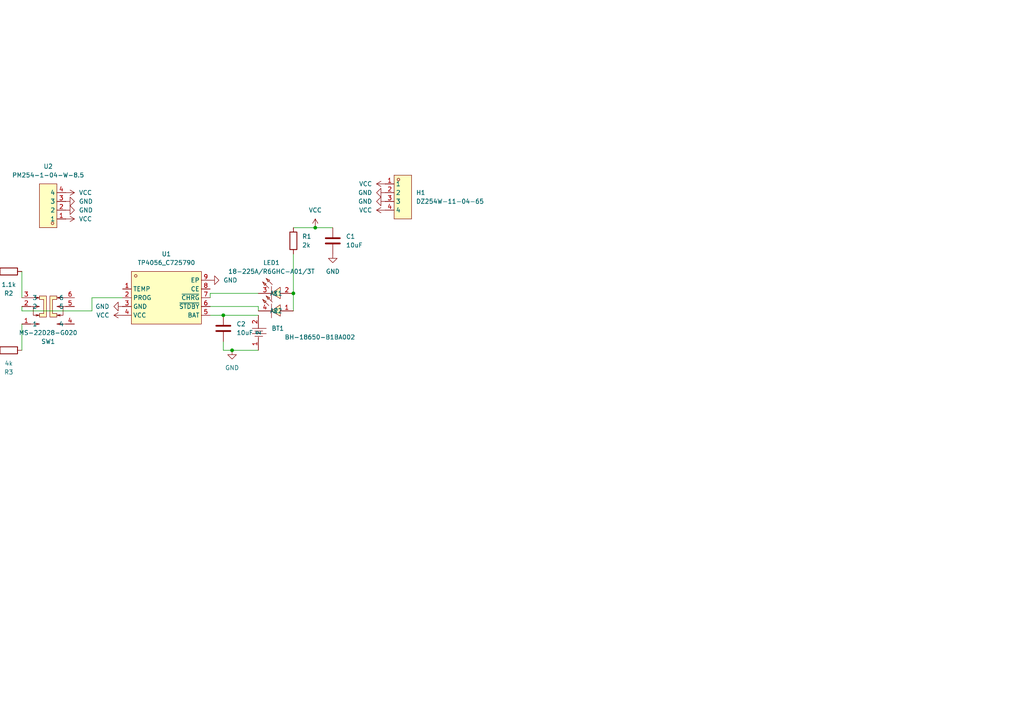
<source format=kicad_sch>
(kicad_sch (version 20231120) (generator "eeschema") (generator_version "8.0")
  (paper "A4")
  (lib_symbols
    (symbol "Device:C" (pin_numbers hide) (pin_names (offset 0.254))
      (property "Reference" "C" (at 0.635 2.54 0))
      (property "Value" "C" (at 0.635 -2.54 0))
      (symbol "C_0_1"
        (polyline (pts (xy -2.032 -0.762) (xy 2.032 -0.762)) (stroke (width 0.508)))
        (polyline (pts (xy -2.032 0.762) (xy 2.032 0.762)) (stroke (width 0.508)))
      )
      (symbol "C_1_1"
        (pin passive line (at 0 3.81 270) (length 2.794) (name "~") (number "1"))
        (pin passive line (at 0 -3.81 90) (length 2.794) (name "~") (number "2"))
      )
    )
    (symbol "Device:R" (pin_numbers hide) (pin_names (offset 0))
      (property "Reference" "R" (at 2.032 0 90))
      (property "Value" "R" (at 0 0 90))
      (symbol "R_0_1"
        (rectangle (start -1.016 -2.54) (end 1.016 2.54) (stroke (width 0.254)))
      )
      (symbol "R_1_1"
        (pin passive line (at 0 3.81 270) (length 1.27) (name "~") (number "1"))
        (pin passive line (at 0 -3.81 90) (length 1.27) (name "~") (number "2"))
      )
    )
    (symbol "easyeda2kicad:18-225A_R6GHC-A01_3T"
      (property "Reference" "LED" (at 0 7.62 0))
      (property "Value" "18-225A/R6GHC-A01/3T" (at 0 -7.62 0))
      (symbol "18-225A_R6GHC-A01_3T_0_1"
        (polyline (pts (xy -2.03 -1.02) (xy -3.81 0.76)))
        (polyline (pts (xy -2.03 4.06) (xy -3.81 5.84)))
        (polyline (pts (xy -1.27 -0.51) (xy -1.27 -4.57)))
        (polyline (pts (xy -1.27 4.57) (xy -1.27 0.51)))
        (polyline (pts (xy -1.02 0) (xy -2.79 1.78)))
        (polyline (pts (xy -1.02 5.08) (xy -2.79 6.86)))
        (polyline (pts (xy -3.81 0.76) (xy -2.79 0.25) (xy -3.3 -0.25) (xy -3.81 0.76)) (fill (type background)))
        (polyline (pts (xy -3.81 5.84) (xy -2.79 5.33) (xy -3.3 4.83) (xy -3.81 5.84)) (fill (type background)))
        (polyline (pts (xy -2.79 1.78) (xy -1.78 1.27) (xy -2.29 0.76) (xy -2.79 1.78)) (fill (type background)))
        (polyline (pts (xy -2.79 6.86) (xy -1.78 6.35) (xy -2.29 5.84) (xy -2.79 6.86)) (fill (type background)))
        (polyline (pts (xy 1.27 -4.06) (xy -1.27 -2.54) (xy 1.27 -0.76) (xy 1.27 -4.06)) (fill (type background)))
        (polyline (pts (xy 1.27 1.02) (xy -1.27 2.54) (xy 1.27 4.32) (xy 1.27 1.02)) (fill (type background)))
        (pin unspecified line (at 5.08 -2.54 180) (length 3.81) (name "A2") (number "1"))
        (pin unspecified line (at 5.08 2.54 180) (length 3.81) (name "A1") (number "2"))
        (pin unspecified line (at -5.08 2.54 0) (length 3.81) (name "K1") (number "3"))
        (pin unspecified line (at -5.08 -2.54 0) (length 3.81) (name "K2") (number "4"))
      )
    )
    (symbol "easyeda2kicad:BH-18650-B1BA002"
      (property "Reference" "BT" (at 0 5.08 0))
      (property "Value" "BH-18650-B1BA002" (at 0 -5.08 0))
      (symbol "BH-18650-B1BA002_0_1"
        (polyline (pts (xy -1.27 2.29) (xy -1.27 -1.78)))
        (polyline (pts (xy -0.51 1.27) (xy -0.51 -1.02)))
        (polyline (pts (xy 0.25 2.29) (xy 0.25 -1.78)))
        (polyline (pts (xy 1.02 1.27) (xy 1.02 -1.02)))
        (pin input line (at 5.08 0 180) (length 3.81) (name "1") (number "1"))
        (pin input line (at -5.08 0 0) (length 3.81) (name "2") (number "2"))
      )
    )
    (symbol "easyeda2kicad:DZ254W-11-04-65"
      (property "Reference" "H" (at 0 8.89 0))
      (property "Value" "DZ254W-11-04-65" (at 0 -8.89 0))
      (symbol "DZ254W-11-04-65_0_1"
        (rectangle (start -2.54 6.35) (end 2.54 -6.35) (fill (type background)))
        (circle (center -1.27 5.08) (radius 0.38))
        (pin unspecified line (at -5.08 3.81 0) (length 2.54) (name "1") (number "1"))
        (pin unspecified line (at -5.08 1.27 0) (length 2.54) (name "2") (number "2"))
        (pin unspecified line (at -5.08 -1.27 0) (length 2.54) (name "3") (number "3"))
        (pin unspecified line (at -5.08 -3.81 0) (length 2.54) (name "4") (number "4"))
      )
    )
    (symbol "easyeda2kicad:MS-22D28-G020"
      (property "Reference" "SW" (at 0 12.7 0))
      (property "Value" "MS-22D28-G020" (at 0 -12.7 0))
      (symbol "MS-22D28-G020_0_1"
        (polyline (pts (xy -5.08 -2.54) (xy -5.33 -3.56)))
        (polyline (pts (xy -5.08 2.54) (xy -5.33 3.56)))
        (polyline (pts (xy -2.54 -2.54) (xy -2.79 -3.56)))
        (polyline (pts (xy -2.54 -2.54) (xy -2.29 -3.56)))
        (polyline (pts (xy -2.54 2.54) (xy -2.79 3.56)))
        (polyline (pts (xy -2.54 2.54) (xy -2.29 3.56)))
        (polyline (pts (xy 0 -2.54) (xy 0.25 -3.56)))
        (polyline (pts (xy 0 2.54) (xy 0.25 3.56)))
        (polyline (pts (xy 2.54 -2.54) (xy 2.29 -3.56)))
        (polyline (pts (xy 2.54 -2.54) (xy 2.54 -5.08)))
        (polyline (pts (xy 2.54 -2.54) (xy 2.79 -3.56)))
        (polyline (pts (xy 2.54 2.54) (xy 2.29 3.56)))
        (polyline (pts (xy 2.54 2.54) (xy 2.54 5.08)))
        (polyline (pts (xy 2.54 2.54) (xy 2.79 3.56)))
        (polyline (pts (xy -5.08 -5.08) (xy -5.08 -2.54) (xy -4.83 -3.56)))
        (polyline (pts (xy -5.08 5.08) (xy -5.08 2.54) (xy -4.83 3.56)))
        (polyline (pts (xy -2.54 -2.54) (xy -2.54 -4.32) (xy 0 -4.32)))
        (polyline (pts (xy -2.54 2.54) (xy -2.54 4.32) (xy 0 4.32)))
        (polyline (pts (xy 0 -5.08) (xy 0 -2.54) (xy -0.25 -3.56)))
        (polyline (pts (xy 0 5.08) (xy 0 2.54) (xy -0.25 3.56)))
        (polyline (pts (xy -3.05 -1.27) (xy -3.05 -2.54) (xy -2.03 -2.54) (xy -2.03 -1.27) (xy 2.03 -1.27) (xy 2.03 -2.54) (xy 3.05 -2.54) (xy 3.05 -0.51) (xy -3.05 -0.51) (xy -3.05 -1.27)) (fill (type background)))
        (polyline (pts (xy -3.05 1.27) (xy -3.05 2.54) (xy -2.03 2.54) (xy -2.03 1.27) (xy 2.03 1.27) (xy 2.03 2.54) (xy 3.05 2.54) (xy 3.05 0.51) (xy -3.05 0.51) (xy -3.05 1.27)) (fill (type background)))
        (pin unspecified line (at -5.08 7.62 270) (length 2.54) (name "1") (number "1"))
        (pin unspecified line (at 0 7.62 270) (length 2.54) (name "2") (number "2"))
        (pin unspecified line (at 2.54 7.62 270) (length 2.54) (name "3") (number "3"))
        (pin unspecified line (at -5.08 -7.62 90) (length 2.54) (name "4") (number "4"))
        (pin unspecified line (at 0 -7.62 90) (length 2.54) (name "5") (number "5"))
        (pin unspecified line (at 2.54 -7.62 90) (length 2.54) (name "6") (number "6"))
      )
    )
    (symbol "easyeda2kicad:PM254-1-04-W-8.5"
      (property "Reference" "U" (at 0 8.89 0))
      (property "Value" "PM254-1-04-W-8.5" (at 0 -8.89 0))
      (symbol "PM254-1-04-W-8.5_0_1"
        (rectangle (start -2.54 6.35) (end 2.54 -6.35) (fill (type background)))
        (circle (center -1.27 5.08) (radius 0.38))
        (pin unspecified line (at -5.08 3.81 0) (length 2.54) (name "1") (number "1"))
        (pin unspecified line (at -5.08 1.27 0) (length 2.54) (name "2") (number "2"))
        (pin unspecified line (at -5.08 -1.27 0) (length 2.54) (name "3") (number "3"))
        (pin unspecified line (at -5.08 -3.81 0) (length 2.54) (name "4") (number "4"))
      )
    )
    (symbol "easyeda2kicad:TP4056_C725790"
      (property "Reference" "U" (at 0 10.16 0))
      (property "Value" "TP4056_C725790" (at 0 -10.16 0))
      (symbol "TP4056_C725790_0_1"
        (rectangle (start -10.16 7.62) (end 10.16 -7.62) (fill (type background)))
        (circle (center -8.89 6.35) (radius 0.38))
        (pin unspecified line (at -12.7 2.54 0) (length 2.54) (name "TEMP") (number "1"))
        (pin unspecified line (at -12.7 0 0) (length 2.54) (name "PROG") (number "2"))
        (pin unspecified line (at -12.7 -2.54 0) (length 2.54) (name "GND") (number "3"))
        (pin unspecified line (at -12.7 -5.08 0) (length 2.54) (name "VCC") (number "4"))
        (pin unspecified line (at 12.7 -5.08 180) (length 2.54) (name "BAT") (number "5"))
        (pin unspecified line (at 12.7 -2.54 180) (length 2.54) (name "~{STDBY}") (number "6"))
        (pin unspecified line (at 12.7 0 180) (length 2.54) (name "~{CHRG}") (number "7"))
        (pin unspecified line (at 12.7 2.54 180) (length 2.54) (name "CE") (number "8"))
        (pin unspecified line (at 12.7 5.08 180) (length 2.54) (name "EP") (number "9"))
      )
    )
    (symbol "power:GND" (power) (pin_numbers hide) (pin_names (offset 0) hide)
      (property "Value" "GND" (at 0 -3.81 0))
      (symbol "GND_0_1"
        (polyline (pts (xy 0 0) (xy 0 -1.27) (xy 1.27 -1.27) (xy 0 -2.54) (xy -1.27 -1.27) (xy 0 -1.27)))
      )
      (symbol "GND_1_1"
        (pin power_in line (at 0 0 270) (length 0) (name "~") (number "1"))
      )
    )
    (symbol "power:VCC" (power) (pin_numbers hide) (pin_names (offset 0) hide)
      (property "Value" "VCC" (at 0 3.556 0))
      (symbol "VCC_0_1"
        (polyline (pts (xy -0.762 1.27) (xy 0 2.54)))
        (polyline (pts (xy 0 0) (xy 0 2.54)))
        (polyline (pts (xy 0 2.54) (xy 0.762 1.27)))
      )
      (symbol "VCC_1_1"
        (pin power_in line (at 0 0 90) (length 0) (name "~") (number "1"))
      )
    )
  )
  (junction (at 91.44 66.04))
  (junction (at -1.27 88.9))
  (junction (at 85.09 85.09))
  (junction (at 64.77 91.44))
  (junction (at 67.31 101.6))
  (wire (pts (xy 64.77 101.6) (xy 64.77 99.06)))
  (wire (pts (xy 74.93 101.6) (xy 67.31 101.6)))
  (wire (pts (xy 26.67 86.36) (xy 35.56 86.36)))
  (wire (pts (xy 6.35 101.6) (xy 6.35 93.98)))
  (wire (pts (xy 6.35 90.17) (xy 26.67 90.17)))
  (wire (pts (xy 60.96 85.09) (xy 60.96 86.36)))
  (wire (pts (xy 74.93 88.9) (xy 74.93 90.17)))
  (wire (pts (xy 6.35 88.9) (xy 6.35 90.17)))
  (wire (pts (xy 74.93 85.09) (xy 60.96 85.09)))
  (wire (pts (xy -1.27 101.6) (xy -1.27 88.9)))
  (wire (pts (xy 85.09 66.04) (xy 91.44 66.04)))
  (wire (pts (xy 85.09 73.66) (xy 85.09 85.09)))
  (wire (pts (xy 64.77 91.44) (xy 74.93 91.44)))
  (wire (pts (xy 26.67 90.17) (xy 26.67 86.36)))
  (wire (pts (xy 60.96 91.44) (xy 64.77 91.44)))
  (wire (pts (xy 85.09 85.09) (xy 85.09 90.17)))
  (wire (pts (xy 67.31 101.6) (xy 64.77 101.6)))
  (wire (pts (xy -1.27 88.9) (xy -1.27 78.74)))
  (wire (pts (xy 60.96 88.9) (xy 74.93 88.9)))
  (wire (pts (xy 6.35 78.74) (xy 6.35 86.36)))
  (wire (pts (xy 91.44 66.04) (xy 96.52 66.04)))
  (symbol (lib_id "easyeda2kicad:BH-18650-B1BA002") (at 74.93 96.52 270) (unit 1)
    (property "Reference" "BT1" (at 78.74 95.2499 90) (effects (justify left)))
    (property "Value" "BH-18650-B1BA002" (at 82.55 97.7899 90) (effects (justify left)))
    (property "Footprint" "easyeda2kicad:BATTERY-SMD_18650-1S-L77.1-W20.7-1" (effects (hide yes)))
    (property "LCSC Part" "C2988620" (effects (hide yes)))
  )
  (symbol (lib_id "Device:C") (at 96.52 69.85 0) (unit 1)
    (property "Reference" "C1" (at 100.33 68.5799 0) (effects (justify left)))
    (property "Value" "10uF" (at 100.33 71.1199 0) (effects (justify left)))
    (property "Footprint" "Capacitor_SMD:C_0603_1608Metric" (effects (hide yes)))
    (property "Description" "Unpolarized capacitor" (effects (hide yes)))
    (property "LCSC" "C1691" (effects (hide yes)))
  )
  (symbol (lib_id "Device:R") (at 85.09 69.85 0) (unit 1)
    (property "Reference" "R1" (at 87.63 68.5799 0) (effects (justify left)))
    (property "Value" "2k" (at 87.63 71.1199 0) (effects (justify left)))
    (property "Footprint" "Resistor_SMD:R_0603_1608Metric" (effects (hide yes)))
    (property "Description" "Resistor" (effects (hide yes)))
    (property "LCSC" "C22975" (effects (hide yes)))
  )
  (symbol (lib_id "power:GND") (at -1.27 88.9 270) (unit 1)
    (property "Reference" "#PWR05" (effects (hide yes)))
    (property "Value" "GND" (at -5.08 88.9001 90) (effects (justify right)))
    (property "Description" "Power symbol creates a global label with name \"GND\" , ground" (effects (hide yes)))
  )
  (symbol (lib_id "easyeda2kicad:PM254-1-04-W-8.5") (at 13.97 59.69 180) (unit 1)
    (property "Reference" "U2" (at 13.97 48.26 0))
    (property "Value" "PM254-1-04-W-8.5" (at 13.97 50.8 0))
    (property "Footprint" "easyeda2kicad:HDR-TH_4P-P2.54-H-F-W10.0-N" (effects (hide yes)))
    (property "LCSC Part" "C2897386" (effects (hide yes)))
  )
  (symbol (lib_id "power:GND") (at 35.56 88.9 270) (unit 1)
    (property "Reference" "#PWR04" (effects (hide yes)))
    (property "Value" "GND" (at 31.75 88.8999 90) (effects (justify right)))
    (property "Description" "Power symbol creates a global label with name \"GND\" , ground" (effects (hide yes)))
  )
  (symbol (lib_id "easyeda2kicad:TP4056_C725790") (at 48.26 86.36 0) (unit 1)
    (property "Reference" "U1" (at 48.26 73.66 0))
    (property "Value" "TP4056_C725790" (at 48.26 76.2 0))
    (property "Footprint" "easyeda2kicad:ESOP-8_L4.9-W3.9-P1.27-LS6.0-BL-EP" (effects (hide yes)))
    (property "Datasheet" "https://lcsc.com/product-detail/PMIC-Battery-Management_UMW-Youtai-Semiconductor-Co-Ltd-TP4056_C725790.html" (effects (hide yes)))
    (property "LCSC Part" "C725790" (effects (hide yes)))
  )
  (symbol (lib_id "power:VCC") (at 35.56 91.44 90) (unit 1)
    (property "Reference" "#PWR03" (effects (hide yes)))
    (property "Value" "VCC" (at 31.75 91.4399 90) (effects (justify left)))
    (property "Description" "Power symbol creates a global label with name \"VCC\"" (effects (hide yes)))
  )
  (symbol (lib_id "power:GND") (at 60.96 81.28 90) (unit 1)
    (property "Reference" "#PWR015" (effects (hide yes)))
    (property "Value" "GND" (at 64.77 81.2799 90) (effects (justify right)))
    (property "Description" "Power symbol creates a global label with name \"GND\" , ground" (effects (hide yes)))
  )
  (symbol (lib_id "easyeda2kicad:18-225A_R6GHC-A01_3T") (at 80.01 87.63 0) (unit 1)
    (property "Reference" "LED1" (at 78.74 76.2 0))
    (property "Value" "18-225A/R6GHC-A01/3T" (at 78.74 78.74 0))
    (property "Footprint" "easyeda2kicad:LED-SMD_4P-L1.6-W0.8-BR-RD" (effects (hide yes)))
    (property "Datasheet" "https://lcsc.com/product-detail/Others_Everlight-Elec-18-225A-R6GHC-A01-3T_C264440.html" (effects (hide yes)))
    (property "LCSC Part" "C264440" (effects (hide yes)))
  )
  (symbol (lib_id "easyeda2kicad:MS-22D28-G020") (at 13.97 88.9 90) (unit 1)
    (property "Reference" "SW1" (at 13.97 99.06 90))
    (property "Value" "MS-22D28-G020" (at 13.97 96.52 90))
    (property "Footprint" "easyeda2kicad:SW-SMD_MS-22D28-G020" (effects (hide yes)))
    (property "Datasheet" "https://lcsc.com/product-detail/Toggle-Switches_G-Switch-MS-22D28-G020_C963205.html" (effects (hide yes)))
    (property "LCSC Part" "C963205" (effects (hide yes)))
  )
  (symbol (lib_id "power:VCC") (at 19.05 55.88 270) (unit 1)
    (property "Reference" "#PWR014" (effects (hide yes)))
    (property "Value" "VCC" (at 22.86 55.8801 90) (effects (justify left)))
    (property "Description" "Power symbol creates a global label with name \"VCC\"" (effects (hide yes)))
  )
  (symbol (lib_id "power:GND") (at 19.05 58.42 90) (unit 1)
    (property "Reference" "#PWR013" (effects (hide yes)))
    (property "Value" "GND" (at 22.86 58.4201 90) (effects (justify right)))
    (property "Description" "Power symbol creates a global label with name \"GND\" , ground" (effects (hide yes)))
  )
  (symbol (lib_id "Device:R") (at 2.54 78.74 270) (unit 1)
    (property "Reference" "R2" (at 2.54 85.09 90))
    (property "Value" "1.1k" (at 2.54 82.55 90))
    (property "Footprint" "Resistor_SMD:R_0603_1608Metric" (effects (hide yes)))
    (property "Description" "Resistor" (effects (hide yes)))
    (property "LCSC" "C22764" (effects (hide yes)))
  )
  (symbol (lib_id "power:VCC") (at 91.44 66.04 0) (unit 1)
    (property "Reference" "#PWR02" (effects (hide yes)))
    (property "Value" "VCC" (at 91.44 60.96 0))
    (property "Description" "Power symbol creates a global label with name \"VCC\"" (effects (hide yes)))
  )
  (symbol (lib_id "power:GND") (at 111.76 55.88 270) (unit 1)
    (property "Reference" "#PWR010" (effects (hide yes)))
    (property "Value" "GND" (at 107.95 55.8799 90) (effects (justify right)))
    (property "Description" "Power symbol creates a global label with name \"GND\" , ground" (effects (hide yes)))
  )
  (symbol (lib_id "Device:C") (at 64.77 95.25 0) (unit 1)
    (property "Reference" "C2" (at 68.58 93.9799 0) (effects (justify left)))
    (property "Value" "10uF" (at 68.58 96.5199 0) (effects (justify left)))
    (property "Footprint" "Capacitor_SMD:C_0603_1608Metric" (effects (hide yes)))
    (property "Description" "Unpolarized capacitor" (effects (hide yes)))
    (property "LCSC" "C1691" (effects (hide yes)))
  )
  (symbol (lib_id "power:VCC") (at 111.76 60.96 90) (unit 1)
    (property "Reference" "#PWR07" (effects (hide yes)))
    (property "Value" "VCC" (at 107.95 60.9599 90) (effects (justify left)))
    (property "Description" "Power symbol creates a global label with name \"VCC\"" (effects (hide yes)))
  )
  (symbol (lib_id "easyeda2kicad:DZ254W-11-04-65") (at 116.84 57.15 0) (unit 1)
    (property "Reference" "H1" (at 120.65 55.8799 0) (effects (justify left)))
    (property "Value" "DZ254W-11-04-65" (at 120.65 58.4199 0) (effects (justify left)))
    (property "Footprint" "easyeda2kicad:HDR-TH_4P-P2.54-H-M-W10.3" (effects (hide yes)))
    (property "LCSC Part" "C2935929" (effects (hide yes)))
  )
  (symbol (lib_id "power:GND") (at 111.76 58.42 270) (unit 1)
    (property "Reference" "#PWR09" (effects (hide yes)))
    (property "Value" "GND" (at 107.95 58.4199 90) (effects (justify right)))
    (property "Description" "Power symbol creates a global label with name \"GND\" , ground" (effects (hide yes)))
  )
  (symbol (lib_id "Device:R") (at 2.54 101.6 270) (unit 1)
    (property "Reference" "R3" (at 2.54 107.95 90))
    (property "Value" "4k" (at 2.54 105.41 90))
    (property "Footprint" "Resistor_SMD:R_0603_1608Metric" (effects (hide yes)))
    (property "Description" "Resistor" (effects (hide yes)))
    (property "LCSC" "C2984443" (effects (hide yes)))
  )
  (symbol (lib_id "power:VCC") (at 111.76 53.34 90) (unit 1)
    (property "Reference" "#PWR08" (effects (hide yes)))
    (property "Value" "VCC" (at 107.95 53.3399 90) (effects (justify left)))
    (property "Description" "Power symbol creates a global label with name \"VCC\"" (effects (hide yes)))
  )
  (symbol (lib_id "power:GND") (at 67.31 101.6 0) (unit 1)
    (property "Reference" "#PWR06" (effects (hide yes)))
    (property "Value" "GND" (at 67.31 106.68 0))
    (property "Description" "Power symbol creates a global label with name \"GND\" , ground" (effects (hide yes)))
  )
  (symbol (lib_id "power:VCC") (at 19.05 63.5 270) (unit 1)
    (property "Reference" "#PWR011" (effects (hide yes)))
    (property "Value" "VCC" (at 22.86 63.5001 90) (effects (justify left)))
    (property "Description" "Power symbol creates a global label with name \"VCC\"" (effects (hide yes)))
  )
  (symbol (lib_id "power:GND") (at 96.52 73.66 0) (unit 1)
    (property "Reference" "#PWR01" (effects (hide yes)))
    (property "Value" "GND" (at 96.52 78.74 0))
    (property "Description" "Power symbol creates a global label with name \"GND\" , ground" (effects (hide yes)))
  )
  (symbol (lib_id "power:GND") (at 19.05 60.96 90) (unit 1)
    (property "Reference" "#PWR012" (effects (hide yes)))
    (property "Value" "GND" (at 22.86 60.9601 90) (effects (justify right)))
    (property "Description" "Power symbol creates a global label with name \"GND\" , ground" (effects (hide yes)))
  )
)
</source>
